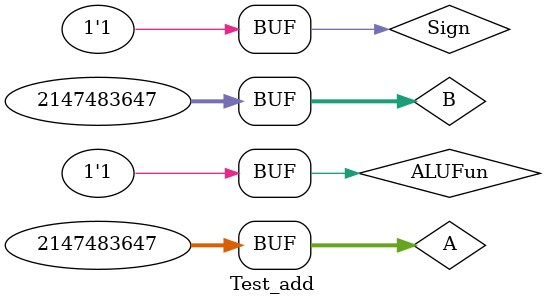
<source format=v>
`timescale 1ns / 1ps
module Test_add;
reg [31:0]A,B;
reg ALUFun,Sign;
wire [31:0]S;
wire Z,V,N;
initial 
begin
	A=32'b0111_1111_1111_1111_1111_1111_1111_1111;
	B=32'b0111_1111_1111_1111_1111_1111_1111_1111;
	Sign=1;
	ALUFun=1;
end
ALU_algorithm x1(.Z(Z),.V(V),.N(N),.S(S),.A(A),.B(B),.ALUFun(ALUFun),.Sign(Sign));
endmodule

</source>
